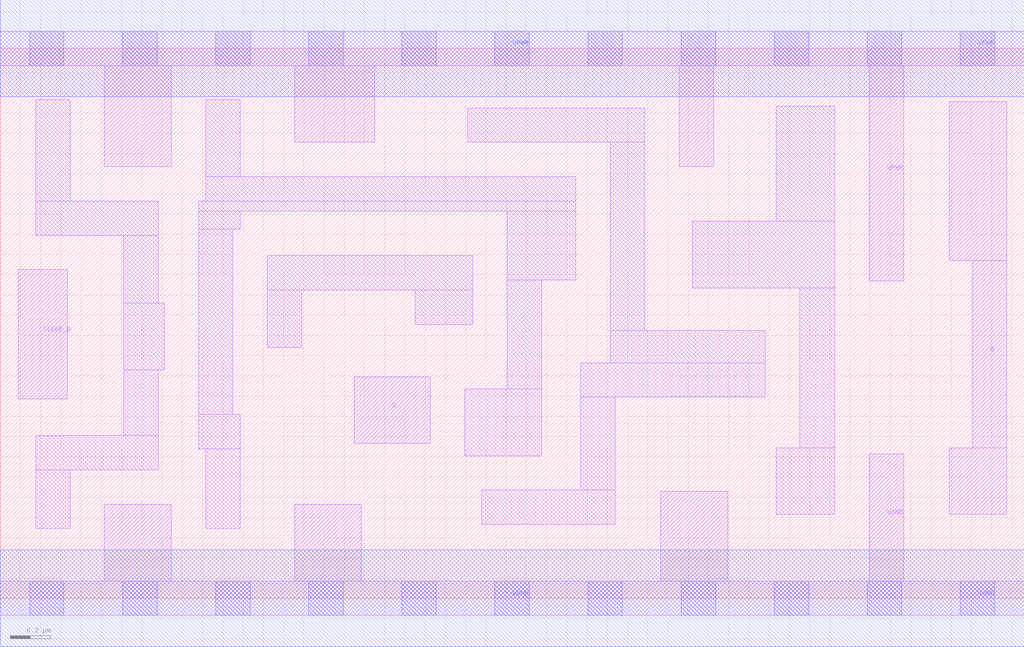
<source format=lef>
# Copyright 2020 The SkyWater PDK Authors
#
# Licensed under the Apache License, Version 2.0 (the "License");
# you may not use this file except in compliance with the License.
# You may obtain a copy of the License at
#
#     https://www.apache.org/licenses/LICENSE-2.0
#
# Unless required by applicable law or agreed to in writing, software
# distributed under the License is distributed on an "AS IS" BASIS,
# WITHOUT WARRANTIES OR CONDITIONS OF ANY KIND, either express or implied.
# See the License for the specific language governing permissions and
# limitations under the License.
#
# SPDX-License-Identifier: Apache-2.0

VERSION 5.7 ;
  NAMESCASESENSITIVE ON ;
  NOWIREEXTENSIONATPIN ON ;
  DIVIDERCHAR "/" ;
  BUSBITCHARS "[]" ;
UNITS
  DATABASE MICRONS 200 ;
END UNITS
MACRO sky130_fd_sc_hd__lpflow_inputisolatch_1
  CLASS CORE ;
  SOURCE USER ;
  FOREIGN sky130_fd_sc_hd__lpflow_inputisolatch_1 ;
  ORIGIN  0.000000  0.000000 ;
  SIZE  5.060000 BY  2.720000 ;
  SYMMETRY X Y R90 ;
  SITE unithd ;
  PIN D
    ANTENNAGATEAREA  0.159000 ;
    DIRECTION INPUT ;
    USE SIGNAL ;
    PORT
      LAYER li1 ;
        RECT 1.750000 0.765000 2.125000 1.095000 ;
    END
  END D
  PIN Q
    ANTENNADIFFAREA  0.429000 ;
    DIRECTION OUTPUT ;
    USE SIGNAL ;
    PORT
      LAYER li1 ;
        RECT 4.690000 0.415000 4.975000 0.745000 ;
        RECT 4.690000 1.670000 4.975000 2.455000 ;
        RECT 4.805000 0.745000 4.975000 1.670000 ;
    END
  END Q
  PIN SLEEP_B
    ANTENNAGATEAREA  0.145500 ;
    DIRECTION INPUT ;
    USE CLOCK ;
    PORT
      LAYER li1 ;
        RECT 0.090000 0.985000 0.330000 1.625000 ;
    END
  END SLEEP_B
  PIN VGND
    DIRECTION INOUT ;
    SHAPE ABUTMENT ;
    USE GROUND ;
    PORT
      LAYER li1 ;
        RECT 0.000000 -0.085000 5.060000 0.085000 ;
        RECT 0.515000  0.085000 0.845000 0.465000 ;
        RECT 1.455000  0.085000 1.785000 0.465000 ;
        RECT 3.265000  0.085000 3.595000 0.530000 ;
        RECT 4.295000  0.085000 4.465000 0.715000 ;
      LAYER mcon ;
        RECT 0.145000 -0.085000 0.315000 0.085000 ;
        RECT 0.605000 -0.085000 0.775000 0.085000 ;
        RECT 1.065000 -0.085000 1.235000 0.085000 ;
        RECT 1.525000 -0.085000 1.695000 0.085000 ;
        RECT 1.985000 -0.085000 2.155000 0.085000 ;
        RECT 2.445000 -0.085000 2.615000 0.085000 ;
        RECT 2.905000 -0.085000 3.075000 0.085000 ;
        RECT 3.365000 -0.085000 3.535000 0.085000 ;
        RECT 3.825000 -0.085000 3.995000 0.085000 ;
        RECT 4.285000 -0.085000 4.455000 0.085000 ;
        RECT 4.745000 -0.085000 4.915000 0.085000 ;
      LAYER met1 ;
        RECT 0.000000 -0.240000 5.060000 0.240000 ;
    END
  END VGND
  PIN VPWR
    DIRECTION INOUT ;
    SHAPE ABUTMENT ;
    USE POWER ;
    PORT
      LAYER li1 ;
        RECT 0.000000 2.635000 5.060000 2.805000 ;
        RECT 0.515000 2.135000 0.845000 2.635000 ;
        RECT 1.455000 2.255000 1.850000 2.635000 ;
        RECT 3.355000 2.135000 3.525000 2.635000 ;
        RECT 4.295000 1.570000 4.465000 2.635000 ;
      LAYER mcon ;
        RECT 0.145000 2.635000 0.315000 2.805000 ;
        RECT 0.605000 2.635000 0.775000 2.805000 ;
        RECT 1.065000 2.635000 1.235000 2.805000 ;
        RECT 1.525000 2.635000 1.695000 2.805000 ;
        RECT 1.985000 2.635000 2.155000 2.805000 ;
        RECT 2.445000 2.635000 2.615000 2.805000 ;
        RECT 2.905000 2.635000 3.075000 2.805000 ;
        RECT 3.365000 2.635000 3.535000 2.805000 ;
        RECT 3.825000 2.635000 3.995000 2.805000 ;
        RECT 4.285000 2.635000 4.455000 2.805000 ;
        RECT 4.745000 2.635000 4.915000 2.805000 ;
      LAYER met1 ;
        RECT 0.000000 2.480000 5.060000 2.960000 ;
    END
  END VPWR
  OBS
    LAYER li1 ;
      RECT 0.175000 0.345000 0.345000 0.635000 ;
      RECT 0.175000 0.635000 0.780000 0.805000 ;
      RECT 0.175000 1.795000 0.780000 1.965000 ;
      RECT 0.175000 1.965000 0.345000 2.465000 ;
      RECT 0.610000 0.805000 0.780000 1.130000 ;
      RECT 0.610000 1.130000 0.810000 1.460000 ;
      RECT 0.610000 1.460000 0.780000 1.795000 ;
      RECT 0.980000 0.740000 1.185000 0.910000 ;
      RECT 0.980000 0.910000 1.150000 1.825000 ;
      RECT 0.980000 1.825000 1.185000 1.915000 ;
      RECT 0.980000 1.915000 2.845000 1.965000 ;
      RECT 1.015000 0.345000 1.185000 0.740000 ;
      RECT 1.015000 1.965000 2.845000 2.085000 ;
      RECT 1.015000 2.085000 1.185000 2.465000 ;
      RECT 1.320000 1.240000 1.490000 1.525000 ;
      RECT 1.320000 1.525000 2.335000 1.695000 ;
      RECT 2.050000 1.355000 2.335000 1.525000 ;
      RECT 2.295000 0.705000 2.675000 1.035000 ;
      RECT 2.310000 2.255000 3.185000 2.425000 ;
      RECT 2.380000 0.365000 3.040000 0.535000 ;
      RECT 2.505000 1.035000 2.675000 1.575000 ;
      RECT 2.505000 1.575000 2.845000 1.915000 ;
      RECT 2.870000 0.535000 3.040000 0.995000 ;
      RECT 2.870000 0.995000 3.780000 1.165000 ;
      RECT 3.015000 1.165000 3.780000 1.325000 ;
      RECT 3.015000 1.325000 3.185000 2.255000 ;
      RECT 3.420000 1.535000 4.125000 1.865000 ;
      RECT 3.835000 0.415000 4.125000 0.745000 ;
      RECT 3.835000 1.865000 4.125000 2.435000 ;
      RECT 3.950000 0.745000 4.125000 1.535000 ;
  END
END sky130_fd_sc_hd__lpflow_inputisolatch_1

</source>
